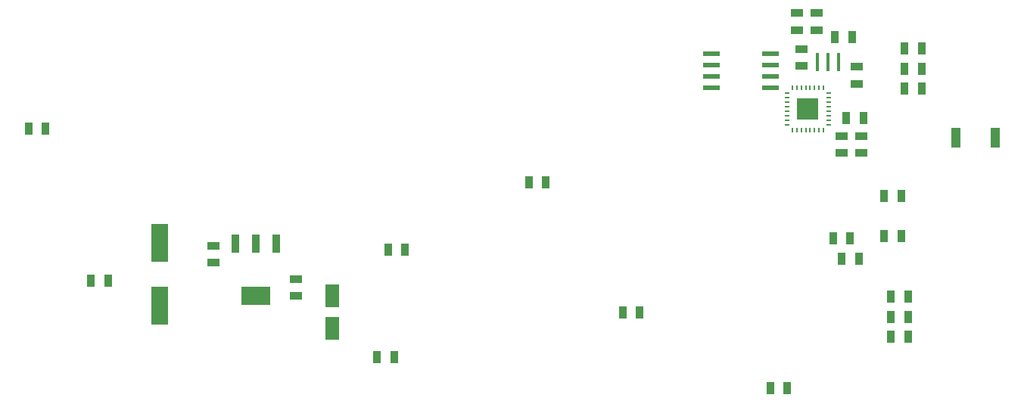
<source format=gbr>
G04 GENERATED BY PULSONIX 8.5 GERBER.DLL 5907*
G04 #@! TF.Part,Single*
%FSLAX35Y35*%
%LPD*%
%MOMM*%
G04 #@! TF.FileFunction,Paste,Top*
G04 #@! TA.AperFunction,SMDPad*
%ADD20R,1.40000X0.90000*%
%ADD23R,1.90000X4.20000*%
%ADD76R,0.90000X1.40000*%
%ADD159R,1.95000X0.55000*%
%ADD197R,0.40000X2.00000*%
%ADD199R,0.23000X0.50000*%
%ADD200R,0.50000X0.23000*%
%ADD217R,2.43840X2.43840*%
%ADD243R,1.60000X2.60000*%
%ADD303R,1.05000X2.20000*%
%ADD425R,0.95000X2.15000*%
%ADD426R,3.25000X2.15000*%
X0Y0D02*
D02*
D20*
X5307008Y2406250D03*
Y2596750D03*
X6232008Y2031250D03*
Y2221750D03*
X11832008Y5006250D03*
Y5196750D03*
X11882008Y4606250D03*
Y4796750D03*
X12057008Y5006250D03*
Y5196750D03*
X12332008Y3631250D03*
Y3821750D03*
X12507008Y4406250D03*
Y4596750D03*
X12557008Y3631250D03*
Y3821750D03*
D02*
D23*
X4707008Y1926500D03*
Y2626500D03*
D02*
D76*
X3236758Y3901500D03*
X3427258D03*
X3936758Y2201500D03*
X4127258D03*
X7136758Y1351500D03*
X7261758Y2551500D03*
X7327258Y1351500D03*
X7452258Y2551500D03*
X8836758Y3301500D03*
X9027258D03*
X9886758Y1851500D03*
X10077258D03*
X11536758Y1001500D03*
X11727258D03*
X12236758Y2676500D03*
X12261758Y4926500D03*
X12336758Y2451500D03*
X12386758Y4026500D03*
X12427258Y2676500D03*
X12452258Y4926500D03*
X12527258Y2451500D03*
X12577258Y4026500D03*
X12811758Y2701500D03*
Y3151500D03*
X12886758Y1576500D03*
Y1801500D03*
Y2026500D03*
X13002258Y2701500D03*
Y3151500D03*
X13036758Y4351500D03*
Y4576500D03*
Y4801500D03*
X13077258Y1576500D03*
Y1801500D03*
Y2026500D03*
X13227258Y4351500D03*
Y4576500D03*
Y4801500D03*
D02*
D159*
X10877008Y4361000D03*
Y4488000D03*
Y4615000D03*
Y4742000D03*
X11537008Y4361000D03*
Y4488000D03*
Y4615000D03*
Y4742000D03*
D02*
D197*
X12062008Y4651500D03*
X12182008D03*
X12302008D03*
D02*
D199*
X11782008Y3891500D03*
Y4361500D03*
X11832008Y3891500D03*
Y4361500D03*
X11882008Y3891500D03*
Y4361500D03*
X11932008Y3891500D03*
Y4361500D03*
X11982008Y3891500D03*
Y4361500D03*
X12032008Y3891500D03*
Y4361500D03*
X12082008Y3891500D03*
Y4361500D03*
X12132008Y3891500D03*
Y4361500D03*
D02*
D200*
X11722008Y3951500D03*
Y4001500D03*
Y4051500D03*
Y4101500D03*
Y4151500D03*
Y4201500D03*
Y4251500D03*
Y4301500D03*
X12192008Y3951500D03*
Y4001500D03*
Y4051500D03*
Y4101500D03*
Y4151500D03*
Y4201500D03*
Y4251500D03*
Y4301500D03*
D02*
D217*
X11957008Y4126500D03*
D02*
D243*
X6632008Y1671500D03*
Y2031500D03*
D02*
D303*
X13614508Y3801500D03*
X14049508D03*
D02*
D425*
X5552008Y2616500D03*
X5782008D03*
X6012008D03*
D02*
D426*
X5782008Y2036500D03*
X0Y0D02*
M02*

</source>
